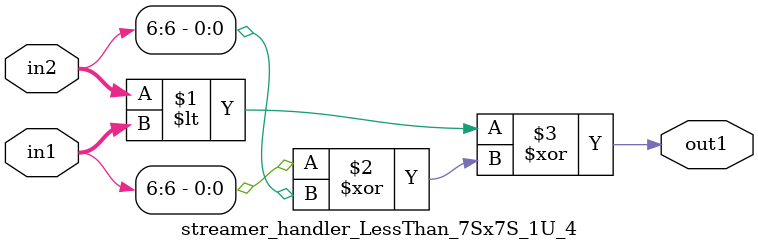
<source format=v>

`timescale 1ps / 1ps


module streamer_handler_LessThan_7Sx7S_1U_4( in2, in1, out1 );

    input [6:0] in2;
    input [6:0] in1;
    output out1;

    
    // rtl_process:streamer_handler_LessThan_7Sx7S_1U_4/streamer_handler_LessThan_7Sx7S_1U_4_thread_1
    assign out1 = (in2 < in1 ^ (in1[6] ^ in2[6]));

endmodule


</source>
